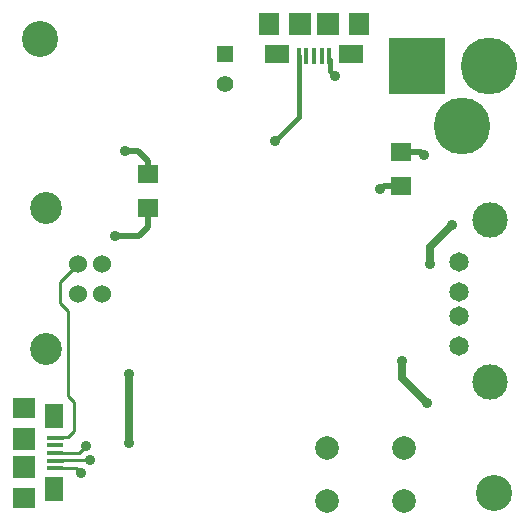
<source format=gbl>
%FSLAX34Y34*%
G04 Gerber Fmt 3.4, Leading zero omitted, Abs format*
G04 (created by PCBNEW (2013-11-28 BZR 4510)-product) date Thu 15 May 2014 02:09:20 PM EDT*
%MOIN*%
G01*
G70*
G90*
G04 APERTURE LIST*
%ADD10C,0.005906*%
%ADD11R,0.070900X0.062900*%
%ADD12R,0.074700X0.074700*%
%ADD13R,0.074700X0.074800*%
%ADD14R,0.074700X0.070700*%
%ADD15R,0.062900X0.082500*%
%ADD16R,0.053000X0.015700*%
%ADD17R,0.074800X0.074700*%
%ADD18R,0.070700X0.074700*%
%ADD19R,0.082500X0.062900*%
%ADD20R,0.015700X0.053000*%
%ADD21C,0.065000*%
%ADD22C,0.118100*%
%ADD23C,0.060000*%
%ADD24C,0.106300*%
%ADD25C,0.189000*%
%ADD26R,0.189000X0.189000*%
%ADD27C,0.078700*%
%ADD28C,0.120000*%
%ADD29R,0.055000X0.055000*%
%ADD30C,0.055000*%
%ADD31C,0.035000*%
%ADD32C,0.025000*%
%ADD33C,0.010000*%
%ADD34C,0.015000*%
%ADD35C,0.020000*%
G04 APERTURE END LIST*
G54D10*
G54D11*
X72480Y-42349D03*
X72480Y-41231D03*
X80910Y-41609D03*
X80910Y-40491D03*
G54D12*
X68352Y-50984D03*
G54D13*
X68352Y-50040D03*
G54D14*
X68352Y-49016D03*
G54D15*
X69356Y-51732D03*
G54D16*
X69406Y-51023D03*
X69406Y-50767D03*
X69406Y-50512D03*
X69406Y-50257D03*
X69406Y-50001D03*
G54D15*
X69356Y-49292D03*
G54D14*
X68352Y-52008D03*
G54D12*
X77554Y-36214D03*
G54D17*
X78498Y-36214D03*
G54D18*
X79522Y-36214D03*
G54D19*
X76806Y-37218D03*
G54D20*
X77515Y-37268D03*
X77771Y-37268D03*
X78026Y-37268D03*
X78281Y-37268D03*
X78537Y-37268D03*
G54D19*
X79246Y-37218D03*
G54D18*
X76530Y-36214D03*
G54D21*
X82850Y-46950D03*
X82850Y-45950D03*
X82850Y-45150D03*
X82850Y-44150D03*
G54D22*
X83900Y-48150D03*
X83900Y-42750D03*
G54D23*
X70950Y-44200D03*
X70950Y-45200D03*
X70163Y-45200D03*
X70163Y-44200D03*
G54D24*
X69100Y-42338D03*
X69100Y-47062D03*
G54D25*
X83860Y-37620D03*
G54D26*
X81460Y-37620D03*
G54D25*
X82960Y-39620D03*
G54D27*
X78450Y-52106D03*
X81010Y-50334D03*
X81010Y-52106D03*
X78450Y-50334D03*
G54D28*
X84035Y-51860D03*
X68875Y-36700D03*
G54D29*
X75042Y-37210D03*
G54D30*
X75042Y-38210D03*
G54D31*
X81800Y-48860D03*
X80960Y-47440D03*
X82620Y-42930D03*
X81900Y-44200D03*
X78710Y-37960D03*
X71850Y-50190D03*
X71850Y-47880D03*
X71710Y-40450D03*
X81680Y-40590D03*
X70250Y-51190D03*
X70440Y-50270D03*
X70550Y-50750D03*
X71390Y-43280D03*
X76720Y-40108D03*
X80230Y-41730D03*
G54D32*
X80960Y-47440D02*
X80960Y-48020D01*
X80960Y-48020D02*
X81800Y-48860D01*
G54D33*
X78537Y-37268D02*
X78537Y-37505D01*
X78541Y-37509D02*
X78537Y-37268D01*
X78537Y-37505D02*
X78541Y-37509D01*
G54D32*
X82620Y-42930D02*
X81900Y-43650D01*
X81900Y-43650D02*
X81900Y-44200D01*
G54D34*
X78541Y-37424D02*
X78541Y-37791D01*
X78541Y-37791D02*
X78710Y-37960D01*
G54D32*
X71850Y-47880D02*
X71850Y-50190D01*
G54D35*
X72480Y-41231D02*
X72480Y-40770D01*
X72160Y-40450D02*
X71710Y-40450D01*
X72480Y-40770D02*
X72160Y-40450D01*
X80910Y-40491D02*
X81581Y-40491D01*
X81581Y-40491D02*
X81680Y-40590D01*
G54D33*
X69406Y-51023D02*
X69663Y-51023D01*
X69665Y-51021D02*
X69406Y-51023D01*
X69663Y-51023D02*
X69665Y-51021D01*
X69594Y-51021D02*
X70081Y-51021D01*
X70081Y-51021D02*
X70250Y-51190D01*
X69406Y-50001D02*
X69661Y-50001D01*
X69663Y-49999D02*
X69406Y-50001D01*
X69661Y-50001D02*
X69663Y-49999D01*
X69560Y-44803D02*
X70163Y-44200D01*
X69560Y-45530D02*
X69560Y-44803D01*
X69820Y-45790D02*
X69560Y-45530D01*
X69820Y-48600D02*
X69820Y-45790D01*
X70020Y-48800D02*
X69820Y-48600D01*
X70020Y-49790D02*
X70020Y-48800D01*
X69811Y-49999D02*
X70020Y-49790D01*
X69594Y-49999D02*
X69811Y-49999D01*
X69406Y-50512D02*
X69638Y-50512D01*
X69640Y-50510D02*
X69406Y-50512D01*
X69638Y-50512D02*
X69640Y-50510D01*
X69594Y-50510D02*
X70200Y-50510D01*
X70200Y-50510D02*
X70440Y-50270D01*
X69406Y-50767D02*
X69669Y-50767D01*
X69671Y-50765D02*
X69406Y-50767D01*
X69669Y-50767D02*
X69671Y-50765D01*
X69594Y-50765D02*
X70535Y-50765D01*
X70535Y-50765D02*
X70550Y-50750D01*
G54D35*
X71390Y-43280D02*
X72190Y-43280D01*
X72480Y-42990D02*
X72480Y-42349D01*
X72190Y-43280D02*
X72480Y-42990D01*
G54D34*
X77515Y-37268D02*
X77515Y-39313D01*
X77515Y-39313D02*
X76720Y-40108D01*
G54D35*
X80351Y-41609D02*
X80910Y-41609D01*
X80230Y-41730D02*
X80351Y-41609D01*
M02*

</source>
